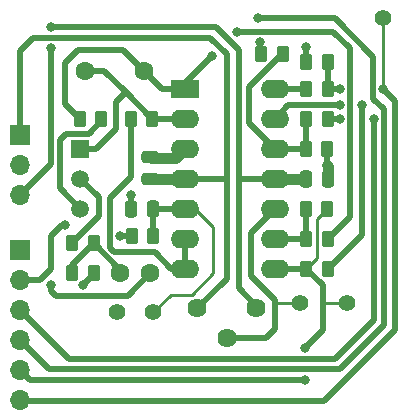
<source format=gtl>
G04 #@! TF.GenerationSoftware,KiCad,Pcbnew,7.0.6-0*
G04 #@! TF.CreationDate,2023-08-18T21:45:24+02:00*
G04 #@! TF.ProjectId,shmoergh-funk-live-voice,73686d6f-6572-4676-982d-66756e6b2d6c,rev?*
G04 #@! TF.SameCoordinates,Original*
G04 #@! TF.FileFunction,Copper,L1,Top*
G04 #@! TF.FilePolarity,Positive*
%FSLAX46Y46*%
G04 Gerber Fmt 4.6, Leading zero omitted, Abs format (unit mm)*
G04 Created by KiCad (PCBNEW 7.0.6-0) date 2023-08-18 21:45:24*
%MOMM*%
%LPD*%
G01*
G04 APERTURE LIST*
G04 Aperture macros list*
%AMRoundRect*
0 Rectangle with rounded corners*
0 $1 Rounding radius*
0 $2 $3 $4 $5 $6 $7 $8 $9 X,Y pos of 4 corners*
0 Add a 4 corners polygon primitive as box body*
4,1,4,$2,$3,$4,$5,$6,$7,$8,$9,$2,$3,0*
0 Add four circle primitives for the rounded corners*
1,1,$1+$1,$2,$3*
1,1,$1+$1,$4,$5*
1,1,$1+$1,$6,$7*
1,1,$1+$1,$8,$9*
0 Add four rect primitives between the rounded corners*
20,1,$1+$1,$2,$3,$4,$5,0*
20,1,$1+$1,$4,$5,$6,$7,0*
20,1,$1+$1,$6,$7,$8,$9,0*
20,1,$1+$1,$8,$9,$2,$3,0*%
G04 Aperture macros list end*
G04 #@! TA.AperFunction,ComponentPad*
%ADD10C,1.400000*%
G04 #@! TD*
G04 #@! TA.AperFunction,SMDPad,CuDef*
%ADD11RoundRect,0.250000X-0.262500X-0.450000X0.262500X-0.450000X0.262500X0.450000X-0.262500X0.450000X0*%
G04 #@! TD*
G04 #@! TA.AperFunction,ComponentPad*
%ADD12C,1.620000*%
G04 #@! TD*
G04 #@! TA.AperFunction,ComponentPad*
%ADD13R,1.500000X1.500000*%
G04 #@! TD*
G04 #@! TA.AperFunction,ComponentPad*
%ADD14C,1.500000*%
G04 #@! TD*
G04 #@! TA.AperFunction,SMDPad,CuDef*
%ADD15RoundRect,0.250000X0.262500X0.450000X-0.262500X0.450000X-0.262500X-0.450000X0.262500X-0.450000X0*%
G04 #@! TD*
G04 #@! TA.AperFunction,SMDPad,CuDef*
%ADD16RoundRect,0.250000X0.250000X0.475000X-0.250000X0.475000X-0.250000X-0.475000X0.250000X-0.475000X0*%
G04 #@! TD*
G04 #@! TA.AperFunction,ComponentPad*
%ADD17C,1.600000*%
G04 #@! TD*
G04 #@! TA.AperFunction,ComponentPad*
%ADD18R,2.400000X1.600000*%
G04 #@! TD*
G04 #@! TA.AperFunction,ComponentPad*
%ADD19O,2.400000X1.600000*%
G04 #@! TD*
G04 #@! TA.AperFunction,ComponentPad*
%ADD20R,1.700000X1.700000*%
G04 #@! TD*
G04 #@! TA.AperFunction,ComponentPad*
%ADD21O,1.700000X1.700000*%
G04 #@! TD*
G04 #@! TA.AperFunction,SMDPad,CuDef*
%ADD22RoundRect,0.250000X0.475000X-0.250000X0.475000X0.250000X-0.475000X0.250000X-0.475000X-0.250000X0*%
G04 #@! TD*
G04 #@! TA.AperFunction,ViaPad*
%ADD23C,0.800000*%
G04 #@! TD*
G04 #@! TA.AperFunction,Conductor*
%ADD24C,0.254000*%
G04 #@! TD*
G04 #@! TA.AperFunction,Conductor*
%ADD25C,0.508000*%
G04 #@! TD*
G04 #@! TA.AperFunction,Conductor*
%ADD26C,0.889000*%
G04 #@! TD*
G04 APERTURE END LIST*
D10*
X157607000Y-82997000D03*
X154559000Y-107127000D03*
X150622000Y-107127000D03*
X135128000Y-107889000D03*
X138176000Y-107889000D03*
D11*
X151083000Y-94046000D03*
X152908000Y-94046000D03*
D12*
X146899000Y-107548000D03*
X144399000Y-110048000D03*
X141899000Y-107548000D03*
D13*
X132011000Y-94036000D03*
D14*
X132011000Y-96576000D03*
X132011000Y-99116000D03*
D15*
X152955000Y-101666000D03*
X151130000Y-101666000D03*
X152955000Y-86680000D03*
X151130000Y-86680000D03*
D16*
X152969000Y-96586000D03*
X151069000Y-96586000D03*
D15*
X152931500Y-88966000D03*
X151106500Y-88966000D03*
D17*
X135402000Y-104587000D03*
X137902000Y-104587000D03*
D16*
X138176000Y-99126000D03*
X136276000Y-99126000D03*
D15*
X138096000Y-91506000D03*
X136271000Y-91506000D03*
X138176000Y-101412000D03*
X136351000Y-101412000D03*
D17*
X137414000Y-87442000D03*
X132414000Y-87442000D03*
D15*
X133778000Y-91506000D03*
X131953000Y-91506000D03*
D11*
X131294500Y-104587000D03*
X133119500Y-104587000D03*
X147296500Y-86045000D03*
X149121500Y-86045000D03*
X151083000Y-99126000D03*
X152908000Y-99126000D03*
D18*
X140843000Y-88966000D03*
D19*
X140843000Y-91506000D03*
X140843000Y-94046000D03*
X140843000Y-96586000D03*
X140843000Y-99126000D03*
X140843000Y-101666000D03*
X140843000Y-104206000D03*
X148463000Y-104206000D03*
X148463000Y-101666000D03*
X148463000Y-99126000D03*
X148463000Y-96586000D03*
X148463000Y-94046000D03*
X148463000Y-91506000D03*
X148463000Y-88966000D03*
D11*
X131294500Y-102047000D03*
X133119500Y-102047000D03*
D20*
X126873000Y-102616000D03*
D21*
X126873000Y-105156000D03*
X126873000Y-107696000D03*
X126873000Y-110236000D03*
X126873000Y-112776000D03*
X126873000Y-115316000D03*
D22*
X137922000Y-96647000D03*
X137922000Y-94747000D03*
D15*
X152931500Y-91506000D03*
X151106500Y-91506000D03*
X151130000Y-104206000D03*
X152955000Y-104206000D03*
D20*
X126873000Y-92904036D03*
D21*
X126873000Y-95444036D03*
X126873000Y-97984036D03*
D23*
X151130000Y-85410000D03*
X136276000Y-97983000D03*
X132207663Y-105583159D03*
X152908000Y-95443000D03*
X129540000Y-105603000D03*
X129540000Y-85501500D03*
X129540000Y-83759000D03*
X151003000Y-113604000D03*
X151003000Y-110937000D03*
X157670500Y-89029500D03*
X153959500Y-88966000D03*
X153959500Y-91506000D03*
X156845000Y-91506000D03*
X147193000Y-84993500D03*
X147066000Y-82997000D03*
X130683000Y-100523000D03*
X135346500Y-101412000D03*
X143129000Y-86172000D03*
X145288000Y-84140000D03*
X155829000Y-90363000D03*
X153959500Y-90363000D03*
D24*
X157670500Y-89029500D02*
X157607000Y-88966000D01*
X157607000Y-88966000D02*
X157607000Y-82997000D01*
D25*
X152527000Y-109413000D02*
X152527000Y-107127000D01*
D24*
X154559000Y-107127000D02*
X152527000Y-107127000D01*
D25*
X152527000Y-107127000D02*
X152527000Y-105603000D01*
X148463000Y-106873000D02*
X148463000Y-107254000D01*
X148463000Y-107254000D02*
X148463000Y-109286000D01*
D24*
X150622000Y-107127000D02*
X148590000Y-107127000D01*
X148590000Y-107127000D02*
X148463000Y-107254000D01*
D25*
X151003000Y-110937000D02*
X152527000Y-109413000D01*
X152527000Y-105603000D02*
X151130000Y-104206000D01*
D24*
X139654000Y-106411000D02*
X141432000Y-106411000D01*
X141432000Y-106411000D02*
X143256000Y-104587000D01*
X143256000Y-104587000D02*
X143256000Y-100650000D01*
X138176000Y-107889000D02*
X139654000Y-106411000D01*
X143256000Y-100650000D02*
X141732000Y-99126000D01*
X141732000Y-99126000D02*
X140843000Y-99126000D01*
D25*
X138176000Y-101412000D02*
X138176000Y-99126000D01*
X140843000Y-99126000D02*
X138176000Y-99126000D01*
X151130000Y-86680000D02*
X151130000Y-85410000D01*
D26*
X137983000Y-94808000D02*
X137922000Y-94747000D01*
D25*
X136276000Y-97983000D02*
X136276000Y-99126000D01*
X133119500Y-104587000D02*
X133119500Y-104671322D01*
D26*
X140843000Y-94046000D02*
X140081000Y-94808000D01*
X152969000Y-95504000D02*
X152969000Y-96586000D01*
D25*
X152908000Y-95443000D02*
X152908000Y-94046000D01*
D26*
X152908000Y-95443000D02*
X152969000Y-95504000D01*
X140081000Y-94808000D02*
X137983000Y-94808000D01*
D25*
X133119500Y-104671322D02*
X132207663Y-105583159D01*
X131294500Y-104587000D02*
X131294500Y-103872000D01*
X135402000Y-104329500D02*
X133119500Y-102047000D01*
X131294500Y-103872000D02*
X133119500Y-102047000D01*
X135402000Y-104587000D02*
X135402000Y-104329500D01*
X129921000Y-106492000D02*
X129540000Y-106111000D01*
X129540000Y-106111000D02*
X129540000Y-105603000D01*
X135997000Y-106492000D02*
X129921000Y-106492000D01*
X137902000Y-104587000D02*
X135997000Y-106492000D01*
X146431000Y-101158000D02*
X146431000Y-104841000D01*
X148463000Y-99126000D02*
X146431000Y-101158000D01*
X146431000Y-104841000D02*
X148463000Y-106873000D01*
X147701000Y-110048000D02*
X144399000Y-110048000D01*
X148463000Y-109286000D02*
X147701000Y-110048000D01*
X133360000Y-94036000D02*
X135001000Y-92395000D01*
X134032000Y-87442000D02*
X132414000Y-87442000D01*
X132011000Y-94036000D02*
X133360000Y-94036000D01*
X140843000Y-91506000D02*
X138096000Y-91506000D01*
X135001000Y-90109000D02*
X135850000Y-89260000D01*
X135850000Y-89260000D02*
X134032000Y-87442000D01*
X135001000Y-92395000D02*
X135001000Y-90109000D01*
X138096000Y-91506000D02*
X135850000Y-89260000D01*
X143002000Y-84648000D02*
X144399000Y-86045000D01*
X140843000Y-96586000D02*
X144399000Y-96586000D01*
D26*
X137983000Y-96586000D02*
X137922000Y-96647000D01*
X140843000Y-96586000D02*
X137983000Y-96586000D01*
D25*
X144399000Y-86045000D02*
X144399000Y-105048000D01*
X126873000Y-85791000D02*
X128016000Y-84648000D01*
X126873000Y-92904036D02*
X126873000Y-85791000D01*
X144399000Y-105048000D02*
X141899000Y-107548000D01*
X128016000Y-84648000D02*
X143002000Y-84648000D01*
D26*
X148463000Y-96586000D02*
X151069000Y-96586000D01*
D25*
X146899000Y-107548000D02*
X146899000Y-107341000D01*
X143510000Y-83759000D02*
X145415000Y-85664000D01*
X129540000Y-95317036D02*
X126873000Y-97984036D01*
X145415000Y-85664000D02*
X145415000Y-96586000D01*
X129540000Y-83759000D02*
X143510000Y-83759000D01*
X146899000Y-107341000D02*
X145415000Y-105857000D01*
X129540000Y-85501500D02*
X129540000Y-95317036D01*
X145415000Y-105857000D02*
X145415000Y-96586000D01*
X148463000Y-96586000D02*
X145415000Y-96586000D01*
X151003000Y-113604000D02*
X127701000Y-113604000D01*
D24*
X152019000Y-103317000D02*
X152019000Y-100015000D01*
X152019000Y-100015000D02*
X152908000Y-99126000D01*
D25*
X127701000Y-113604000D02*
X126873000Y-112776000D01*
D24*
X151130000Y-104206000D02*
X152019000Y-103317000D01*
D25*
X151130000Y-104206000D02*
X148463000Y-104206000D01*
X158623000Y-109413000D02*
X152654000Y-115382000D01*
X157670500Y-89029500D02*
X158623000Y-89982000D01*
X153959500Y-88966000D02*
X152931500Y-88966000D01*
X152931500Y-88966000D02*
X152931500Y-86703500D01*
X126939000Y-115382000D02*
X126873000Y-115316000D01*
X152654000Y-115382000D02*
X126939000Y-115382000D01*
X158623000Y-89982000D02*
X158623000Y-109413000D01*
X152931500Y-86703500D02*
X152955000Y-86680000D01*
X131003000Y-111826000D02*
X153543000Y-111826000D01*
X153543000Y-111826000D02*
X156845000Y-108524000D01*
X126873000Y-107696000D02*
X131003000Y-111826000D01*
X156845000Y-108524000D02*
X156845000Y-91506000D01*
X153959500Y-91506000D02*
X152931500Y-91506000D01*
X153543000Y-82997000D02*
X147066000Y-82997000D01*
X157699000Y-109003500D02*
X157699000Y-90709000D01*
X156816500Y-86270500D02*
X153543000Y-82997000D01*
X156816500Y-89826500D02*
X156816500Y-86270500D01*
X153987500Y-112715000D02*
X157699000Y-109003500D01*
X147193000Y-84993500D02*
X147193000Y-85941500D01*
X129352000Y-112715000D02*
X153987500Y-112715000D01*
X147193000Y-85941500D02*
X147296500Y-86045000D01*
X157699000Y-90709000D02*
X156816500Y-89826500D01*
X126873000Y-110236000D02*
X129352000Y-112715000D01*
X129540000Y-104206000D02*
X129540000Y-101412000D01*
X129540000Y-101412000D02*
X130429000Y-100523000D01*
X128590000Y-105156000D02*
X129540000Y-104206000D01*
X130429000Y-100523000D02*
X130683000Y-100523000D01*
X126873000Y-105156000D02*
X128590000Y-105156000D01*
X135346500Y-101412000D02*
X136351000Y-101412000D01*
X133604000Y-98169000D02*
X133604000Y-99749250D01*
X133604000Y-99749250D02*
X131306250Y-102047000D01*
X131306250Y-102047000D02*
X131294500Y-102047000D01*
X132011000Y-96576000D02*
X133604000Y-98169000D01*
X130302000Y-93284000D02*
X130810000Y-92776000D01*
X132011000Y-99116000D02*
X130302000Y-97407000D01*
X130810000Y-92776000D02*
X132715000Y-92776000D01*
X132715000Y-92776000D02*
X133778000Y-91713000D01*
X130302000Y-97407000D02*
X130302000Y-93284000D01*
X133778000Y-91713000D02*
X133778000Y-91506000D01*
X136271000Y-96459000D02*
X136271000Y-91506000D01*
X134493000Y-98237000D02*
X136271000Y-96459000D01*
X134882764Y-102809000D02*
X134493000Y-102419236D01*
X139700000Y-104206000D02*
X138303000Y-102809000D01*
X138303000Y-102809000D02*
X134882764Y-102809000D01*
X134493000Y-102419236D02*
X134493000Y-98237000D01*
X140843000Y-101666000D02*
X140843000Y-104206000D01*
X140843000Y-104206000D02*
X139700000Y-104206000D01*
X131953000Y-91506000D02*
X130683000Y-90236000D01*
X140843000Y-88966000D02*
X140843000Y-88458000D01*
X140843000Y-88966000D02*
X138938000Y-88966000D01*
X131826000Y-85664000D02*
X135636000Y-85664000D01*
X138938000Y-88966000D02*
X137414000Y-87442000D01*
X140843000Y-88458000D02*
X143129000Y-86172000D01*
X130683000Y-90236000D02*
X130683000Y-86807000D01*
X130683000Y-86807000D02*
X131826000Y-85664000D01*
X153416000Y-84140000D02*
X154813000Y-85537000D01*
X154813000Y-85537000D02*
X154813000Y-99808000D01*
X135636000Y-85664000D02*
X137414000Y-87442000D01*
X154813000Y-99808000D02*
X152955000Y-101666000D01*
X145288000Y-84140000D02*
X153416000Y-84140000D01*
X148463000Y-94046000D02*
X146304000Y-91887000D01*
X151083000Y-94046000D02*
X148463000Y-94046000D01*
X149098000Y-86045000D02*
X149121500Y-86045000D01*
X151083000Y-94046000D02*
X151083000Y-91529500D01*
X146304000Y-88839000D02*
X149098000Y-86045000D01*
X151083000Y-91529500D02*
X151106500Y-91506000D01*
X146304000Y-91887000D02*
X146304000Y-88839000D01*
X152955000Y-104206000D02*
X155829000Y-101332000D01*
X153959500Y-90363000D02*
X153948500Y-90352000D01*
X155829000Y-101332000D02*
X155829000Y-90363000D01*
X149617000Y-90352000D02*
X148463000Y-91506000D01*
X153948500Y-90352000D02*
X149617000Y-90352000D01*
X151106500Y-88966000D02*
X148463000Y-88966000D01*
X151083000Y-99126000D02*
X151083000Y-101619000D01*
X151130000Y-101666000D02*
X148463000Y-101666000D01*
X151083000Y-101619000D02*
X151130000Y-101666000D01*
M02*

</source>
